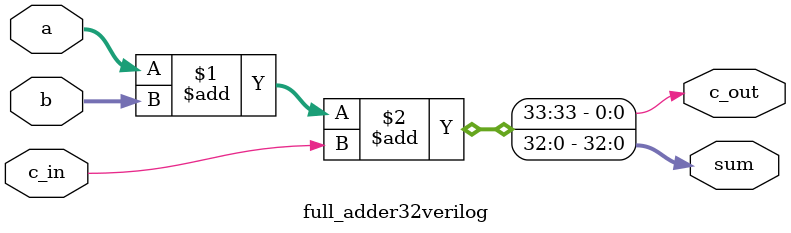
<source format=v>
module full_adder32verilog (  input [31:0] a,  
                  input [31:0] b,  
                  input c_in,  
                  output c_out,  
                  output [32:0] sum);  
  
   assign {c_out, sum} = a + b + c_in;  
endmodule 
</source>
